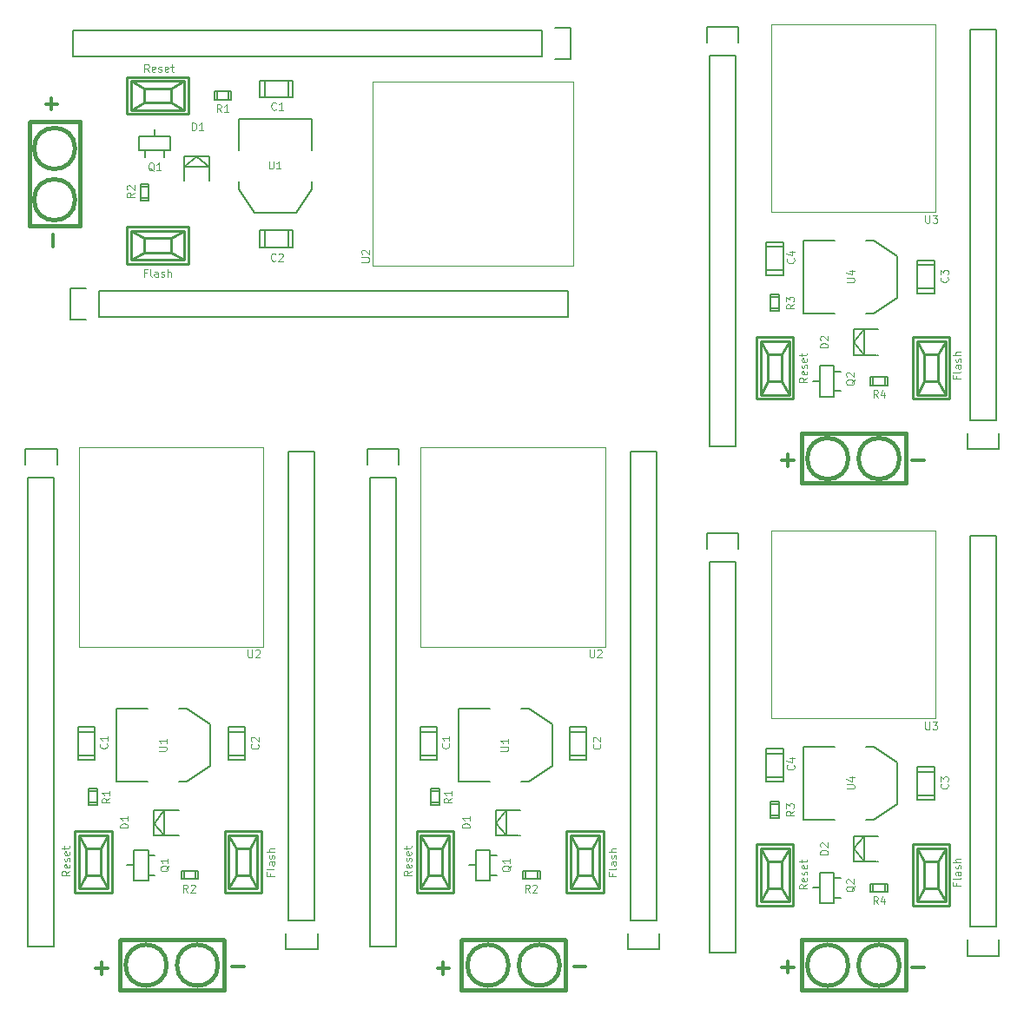
<source format=gto>
G04 #@! TF.FileFunction,Legend,Top*
%FSLAX46Y46*%
G04 Gerber Fmt 4.6, Leading zero omitted, Abs format (unit mm)*
G04 Created by KiCad (PCBNEW no-vcs-found-undefined) date Sun Nov  6 11:42:32 2016*
%MOMM*%
%LPD*%
G01*
G04 APERTURE LIST*
%ADD10C,0.100000*%
%ADD11C,0.300000*%
%ADD12C,0.127000*%
%ADD13C,0.150000*%
%ADD14C,0.254000*%
%ADD15C,0.050000*%
%ADD16C,0.381000*%
G04 APERTURE END LIST*
D10*
X79804028Y-175848828D02*
X79804028Y-176098828D01*
X80196885Y-176098828D02*
X79446885Y-176098828D01*
X79446885Y-175741685D01*
X80196885Y-175348828D02*
X80161171Y-175420257D01*
X80089742Y-175455971D01*
X79446885Y-175455971D01*
X80196885Y-174741685D02*
X79804028Y-174741685D01*
X79732600Y-174777400D01*
X79696885Y-174848828D01*
X79696885Y-174991685D01*
X79732600Y-175063114D01*
X80161171Y-174741685D02*
X80196885Y-174813114D01*
X80196885Y-174991685D01*
X80161171Y-175063114D01*
X80089742Y-175098828D01*
X80018314Y-175098828D01*
X79946885Y-175063114D01*
X79911171Y-174991685D01*
X79911171Y-174813114D01*
X79875457Y-174741685D01*
X80161171Y-174420257D02*
X80196885Y-174348828D01*
X80196885Y-174205971D01*
X80161171Y-174134542D01*
X80089742Y-174098828D01*
X80054028Y-174098828D01*
X79982600Y-174134542D01*
X79946885Y-174205971D01*
X79946885Y-174313114D01*
X79911171Y-174384542D01*
X79839742Y-174420257D01*
X79804028Y-174420257D01*
X79732600Y-174384542D01*
X79696885Y-174313114D01*
X79696885Y-174205971D01*
X79732600Y-174134542D01*
X80196885Y-173777400D02*
X79446885Y-173777400D01*
X80196885Y-173455971D02*
X79804028Y-173455971D01*
X79732600Y-173491685D01*
X79696885Y-173563114D01*
X79696885Y-173670257D01*
X79732600Y-173741685D01*
X79768314Y-173777400D01*
X60232485Y-175604371D02*
X59875342Y-175854371D01*
X60232485Y-176032942D02*
X59482485Y-176032942D01*
X59482485Y-175747228D01*
X59518200Y-175675800D01*
X59553914Y-175640085D01*
X59625342Y-175604371D01*
X59732485Y-175604371D01*
X59803914Y-175640085D01*
X59839628Y-175675800D01*
X59875342Y-175747228D01*
X59875342Y-176032942D01*
X60196771Y-174997228D02*
X60232485Y-175068657D01*
X60232485Y-175211514D01*
X60196771Y-175282942D01*
X60125342Y-175318657D01*
X59839628Y-175318657D01*
X59768200Y-175282942D01*
X59732485Y-175211514D01*
X59732485Y-175068657D01*
X59768200Y-174997228D01*
X59839628Y-174961514D01*
X59911057Y-174961514D01*
X59982485Y-175318657D01*
X60196771Y-174675800D02*
X60232485Y-174604371D01*
X60232485Y-174461514D01*
X60196771Y-174390085D01*
X60125342Y-174354371D01*
X60089628Y-174354371D01*
X60018200Y-174390085D01*
X59982485Y-174461514D01*
X59982485Y-174568657D01*
X59946771Y-174640085D01*
X59875342Y-174675800D01*
X59839628Y-174675800D01*
X59768200Y-174640085D01*
X59732485Y-174568657D01*
X59732485Y-174461514D01*
X59768200Y-174390085D01*
X60196771Y-173747228D02*
X60232485Y-173818657D01*
X60232485Y-173961514D01*
X60196771Y-174032942D01*
X60125342Y-174068657D01*
X59839628Y-174068657D01*
X59768200Y-174032942D01*
X59732485Y-173961514D01*
X59732485Y-173818657D01*
X59768200Y-173747228D01*
X59839628Y-173711514D01*
X59911057Y-173711514D01*
X59982485Y-174068657D01*
X59732485Y-173497228D02*
X59732485Y-173211514D01*
X59482485Y-173390085D02*
X60125342Y-173390085D01*
X60196771Y-173354371D01*
X60232485Y-173282942D01*
X60232485Y-173211514D01*
D11*
X76085771Y-184942942D02*
X77228628Y-184942942D01*
X62776171Y-185095342D02*
X63919028Y-185095342D01*
X63347600Y-185666771D02*
X63347600Y-184523914D01*
D10*
X113382828Y-127411028D02*
X113382828Y-127661028D01*
X113775685Y-127661028D02*
X113025685Y-127661028D01*
X113025685Y-127303885D01*
X113775685Y-126911028D02*
X113739971Y-126982457D01*
X113668542Y-127018171D01*
X113025685Y-127018171D01*
X113775685Y-126303885D02*
X113382828Y-126303885D01*
X113311400Y-126339600D01*
X113275685Y-126411028D01*
X113275685Y-126553885D01*
X113311400Y-126625314D01*
X113739971Y-126303885D02*
X113775685Y-126375314D01*
X113775685Y-126553885D01*
X113739971Y-126625314D01*
X113668542Y-126661028D01*
X113597114Y-126661028D01*
X113525685Y-126625314D01*
X113489971Y-126553885D01*
X113489971Y-126375314D01*
X113454257Y-126303885D01*
X113739971Y-125982457D02*
X113775685Y-125911028D01*
X113775685Y-125768171D01*
X113739971Y-125696742D01*
X113668542Y-125661028D01*
X113632828Y-125661028D01*
X113561400Y-125696742D01*
X113525685Y-125768171D01*
X113525685Y-125875314D01*
X113489971Y-125946742D01*
X113418542Y-125982457D01*
X113382828Y-125982457D01*
X113311400Y-125946742D01*
X113275685Y-125875314D01*
X113275685Y-125768171D01*
X113311400Y-125696742D01*
X113775685Y-125339600D02*
X113025685Y-125339600D01*
X113775685Y-125018171D02*
X113382828Y-125018171D01*
X113311400Y-125053885D01*
X113275685Y-125125314D01*
X113275685Y-125232457D01*
X113311400Y-125303885D01*
X113347114Y-125339600D01*
X98789685Y-127522171D02*
X98432542Y-127772171D01*
X98789685Y-127950742D02*
X98039685Y-127950742D01*
X98039685Y-127665028D01*
X98075400Y-127593600D01*
X98111114Y-127557885D01*
X98182542Y-127522171D01*
X98289685Y-127522171D01*
X98361114Y-127557885D01*
X98396828Y-127593600D01*
X98432542Y-127665028D01*
X98432542Y-127950742D01*
X98753971Y-126915028D02*
X98789685Y-126986457D01*
X98789685Y-127129314D01*
X98753971Y-127200742D01*
X98682542Y-127236457D01*
X98396828Y-127236457D01*
X98325400Y-127200742D01*
X98289685Y-127129314D01*
X98289685Y-126986457D01*
X98325400Y-126915028D01*
X98396828Y-126879314D01*
X98468257Y-126879314D01*
X98539685Y-127236457D01*
X98753971Y-126593600D02*
X98789685Y-126522171D01*
X98789685Y-126379314D01*
X98753971Y-126307885D01*
X98682542Y-126272171D01*
X98646828Y-126272171D01*
X98575400Y-126307885D01*
X98539685Y-126379314D01*
X98539685Y-126486457D01*
X98503971Y-126557885D01*
X98432542Y-126593600D01*
X98396828Y-126593600D01*
X98325400Y-126557885D01*
X98289685Y-126486457D01*
X98289685Y-126379314D01*
X98325400Y-126307885D01*
X98753971Y-125665028D02*
X98789685Y-125736457D01*
X98789685Y-125879314D01*
X98753971Y-125950742D01*
X98682542Y-125986457D01*
X98396828Y-125986457D01*
X98325400Y-125950742D01*
X98289685Y-125879314D01*
X98289685Y-125736457D01*
X98325400Y-125665028D01*
X98396828Y-125629314D01*
X98468257Y-125629314D01*
X98539685Y-125986457D01*
X98289685Y-125415028D02*
X98289685Y-125129314D01*
X98039685Y-125307885D02*
X98682542Y-125307885D01*
X98753971Y-125272171D01*
X98789685Y-125200742D01*
X98789685Y-125129314D01*
D11*
X96354971Y-135590742D02*
X97497828Y-135590742D01*
X96926400Y-136162171D02*
X96926400Y-135019314D01*
X109054971Y-135590742D02*
X110197828Y-135590742D01*
X109054971Y-184993742D02*
X110197828Y-184993742D01*
X96354971Y-184993742D02*
X97497828Y-184993742D01*
X96926400Y-185565171D02*
X96926400Y-184422314D01*
D10*
X98789685Y-176925171D02*
X98432542Y-177175171D01*
X98789685Y-177353742D02*
X98039685Y-177353742D01*
X98039685Y-177068028D01*
X98075400Y-176996600D01*
X98111114Y-176960885D01*
X98182542Y-176925171D01*
X98289685Y-176925171D01*
X98361114Y-176960885D01*
X98396828Y-176996600D01*
X98432542Y-177068028D01*
X98432542Y-177353742D01*
X98753971Y-176318028D02*
X98789685Y-176389457D01*
X98789685Y-176532314D01*
X98753971Y-176603742D01*
X98682542Y-176639457D01*
X98396828Y-176639457D01*
X98325400Y-176603742D01*
X98289685Y-176532314D01*
X98289685Y-176389457D01*
X98325400Y-176318028D01*
X98396828Y-176282314D01*
X98468257Y-176282314D01*
X98539685Y-176639457D01*
X98753971Y-175996600D02*
X98789685Y-175925171D01*
X98789685Y-175782314D01*
X98753971Y-175710885D01*
X98682542Y-175675171D01*
X98646828Y-175675171D01*
X98575400Y-175710885D01*
X98539685Y-175782314D01*
X98539685Y-175889457D01*
X98503971Y-175960885D01*
X98432542Y-175996600D01*
X98396828Y-175996600D01*
X98325400Y-175960885D01*
X98289685Y-175889457D01*
X98289685Y-175782314D01*
X98325400Y-175710885D01*
X98753971Y-175068028D02*
X98789685Y-175139457D01*
X98789685Y-175282314D01*
X98753971Y-175353742D01*
X98682542Y-175389457D01*
X98396828Y-175389457D01*
X98325400Y-175353742D01*
X98289685Y-175282314D01*
X98289685Y-175139457D01*
X98325400Y-175068028D01*
X98396828Y-175032314D01*
X98468257Y-175032314D01*
X98539685Y-175389457D01*
X98289685Y-174818028D02*
X98289685Y-174532314D01*
X98039685Y-174710885D02*
X98682542Y-174710885D01*
X98753971Y-174675171D01*
X98789685Y-174603742D01*
X98789685Y-174532314D01*
X113382828Y-176814028D02*
X113382828Y-177064028D01*
X113775685Y-177064028D02*
X113025685Y-177064028D01*
X113025685Y-176706885D01*
X113775685Y-176314028D02*
X113739971Y-176385457D01*
X113668542Y-176421171D01*
X113025685Y-176421171D01*
X113775685Y-175706885D02*
X113382828Y-175706885D01*
X113311400Y-175742600D01*
X113275685Y-175814028D01*
X113275685Y-175956885D01*
X113311400Y-176028314D01*
X113739971Y-175706885D02*
X113775685Y-175778314D01*
X113775685Y-175956885D01*
X113739971Y-176028314D01*
X113668542Y-176064028D01*
X113597114Y-176064028D01*
X113525685Y-176028314D01*
X113489971Y-175956885D01*
X113489971Y-175778314D01*
X113454257Y-175706885D01*
X113739971Y-175385457D02*
X113775685Y-175314028D01*
X113775685Y-175171171D01*
X113739971Y-175099742D01*
X113668542Y-175064028D01*
X113632828Y-175064028D01*
X113561400Y-175099742D01*
X113525685Y-175171171D01*
X113525685Y-175278314D01*
X113489971Y-175349742D01*
X113418542Y-175385457D01*
X113382828Y-175385457D01*
X113311400Y-175349742D01*
X113275685Y-175278314D01*
X113275685Y-175171171D01*
X113311400Y-175099742D01*
X113775685Y-174742600D02*
X113025685Y-174742600D01*
X113775685Y-174421171D02*
X113382828Y-174421171D01*
X113311400Y-174456885D01*
X113275685Y-174528314D01*
X113275685Y-174635457D01*
X113311400Y-174706885D01*
X113347114Y-174742600D01*
X34405171Y-117292228D02*
X34155171Y-117292228D01*
X34155171Y-117685085D02*
X34155171Y-116935085D01*
X34512314Y-116935085D01*
X34905171Y-117685085D02*
X34833742Y-117649371D01*
X34798028Y-117577942D01*
X34798028Y-116935085D01*
X35512314Y-117685085D02*
X35512314Y-117292228D01*
X35476600Y-117220800D01*
X35405171Y-117185085D01*
X35262314Y-117185085D01*
X35190885Y-117220800D01*
X35512314Y-117649371D02*
X35440885Y-117685085D01*
X35262314Y-117685085D01*
X35190885Y-117649371D01*
X35155171Y-117577942D01*
X35155171Y-117506514D01*
X35190885Y-117435085D01*
X35262314Y-117399371D01*
X35440885Y-117399371D01*
X35512314Y-117363657D01*
X35833742Y-117649371D02*
X35905171Y-117685085D01*
X36048028Y-117685085D01*
X36119457Y-117649371D01*
X36155171Y-117577942D01*
X36155171Y-117542228D01*
X36119457Y-117470800D01*
X36048028Y-117435085D01*
X35940885Y-117435085D01*
X35869457Y-117399371D01*
X35833742Y-117327942D01*
X35833742Y-117292228D01*
X35869457Y-117220800D01*
X35940885Y-117185085D01*
X36048028Y-117185085D01*
X36119457Y-117220800D01*
X36476600Y-117685085D02*
X36476600Y-116935085D01*
X36798028Y-117685085D02*
X36798028Y-117292228D01*
X36762314Y-117220800D01*
X36690885Y-117185085D01*
X36583742Y-117185085D01*
X36512314Y-117220800D01*
X36476600Y-117256514D01*
X34649628Y-97720685D02*
X34399628Y-97363542D01*
X34221057Y-97720685D02*
X34221057Y-96970685D01*
X34506771Y-96970685D01*
X34578200Y-97006400D01*
X34613914Y-97042114D01*
X34649628Y-97113542D01*
X34649628Y-97220685D01*
X34613914Y-97292114D01*
X34578200Y-97327828D01*
X34506771Y-97363542D01*
X34221057Y-97363542D01*
X35256771Y-97684971D02*
X35185342Y-97720685D01*
X35042485Y-97720685D01*
X34971057Y-97684971D01*
X34935342Y-97613542D01*
X34935342Y-97327828D01*
X34971057Y-97256400D01*
X35042485Y-97220685D01*
X35185342Y-97220685D01*
X35256771Y-97256400D01*
X35292485Y-97327828D01*
X35292485Y-97399257D01*
X34935342Y-97470685D01*
X35578200Y-97684971D02*
X35649628Y-97720685D01*
X35792485Y-97720685D01*
X35863914Y-97684971D01*
X35899628Y-97613542D01*
X35899628Y-97577828D01*
X35863914Y-97506400D01*
X35792485Y-97470685D01*
X35685342Y-97470685D01*
X35613914Y-97434971D01*
X35578200Y-97363542D01*
X35578200Y-97327828D01*
X35613914Y-97256400D01*
X35685342Y-97220685D01*
X35792485Y-97220685D01*
X35863914Y-97256400D01*
X36506771Y-97684971D02*
X36435342Y-97720685D01*
X36292485Y-97720685D01*
X36221057Y-97684971D01*
X36185342Y-97613542D01*
X36185342Y-97327828D01*
X36221057Y-97256400D01*
X36292485Y-97220685D01*
X36435342Y-97220685D01*
X36506771Y-97256400D01*
X36542485Y-97327828D01*
X36542485Y-97399257D01*
X36185342Y-97470685D01*
X36756771Y-97220685D02*
X37042485Y-97220685D01*
X36863914Y-96970685D02*
X36863914Y-97613542D01*
X36899628Y-97684971D01*
X36971057Y-97720685D01*
X37042485Y-97720685D01*
D11*
X25311057Y-113573971D02*
X25311057Y-114716828D01*
X25158657Y-100264371D02*
X25158657Y-101407228D01*
X24587228Y-100835800D02*
X25730085Y-100835800D01*
X29451371Y-185095342D02*
X30594228Y-185095342D01*
X30022800Y-185666771D02*
X30022800Y-184523914D01*
X42760971Y-184942942D02*
X43903828Y-184942942D01*
D10*
X26907685Y-175604371D02*
X26550542Y-175854371D01*
X26907685Y-176032942D02*
X26157685Y-176032942D01*
X26157685Y-175747228D01*
X26193400Y-175675800D01*
X26229114Y-175640085D01*
X26300542Y-175604371D01*
X26407685Y-175604371D01*
X26479114Y-175640085D01*
X26514828Y-175675800D01*
X26550542Y-175747228D01*
X26550542Y-176032942D01*
X26871971Y-174997228D02*
X26907685Y-175068657D01*
X26907685Y-175211514D01*
X26871971Y-175282942D01*
X26800542Y-175318657D01*
X26514828Y-175318657D01*
X26443400Y-175282942D01*
X26407685Y-175211514D01*
X26407685Y-175068657D01*
X26443400Y-174997228D01*
X26514828Y-174961514D01*
X26586257Y-174961514D01*
X26657685Y-175318657D01*
X26871971Y-174675800D02*
X26907685Y-174604371D01*
X26907685Y-174461514D01*
X26871971Y-174390085D01*
X26800542Y-174354371D01*
X26764828Y-174354371D01*
X26693400Y-174390085D01*
X26657685Y-174461514D01*
X26657685Y-174568657D01*
X26621971Y-174640085D01*
X26550542Y-174675800D01*
X26514828Y-174675800D01*
X26443400Y-174640085D01*
X26407685Y-174568657D01*
X26407685Y-174461514D01*
X26443400Y-174390085D01*
X26871971Y-173747228D02*
X26907685Y-173818657D01*
X26907685Y-173961514D01*
X26871971Y-174032942D01*
X26800542Y-174068657D01*
X26514828Y-174068657D01*
X26443400Y-174032942D01*
X26407685Y-173961514D01*
X26407685Y-173818657D01*
X26443400Y-173747228D01*
X26514828Y-173711514D01*
X26586257Y-173711514D01*
X26657685Y-174068657D01*
X26407685Y-173497228D02*
X26407685Y-173211514D01*
X26157685Y-173390085D02*
X26800542Y-173390085D01*
X26871971Y-173354371D01*
X26907685Y-173282942D01*
X26907685Y-173211514D01*
X46479228Y-175848828D02*
X46479228Y-176098828D01*
X46872085Y-176098828D02*
X46122085Y-176098828D01*
X46122085Y-175741685D01*
X46872085Y-175348828D02*
X46836371Y-175420257D01*
X46764942Y-175455971D01*
X46122085Y-175455971D01*
X46872085Y-174741685D02*
X46479228Y-174741685D01*
X46407800Y-174777400D01*
X46372085Y-174848828D01*
X46372085Y-174991685D01*
X46407800Y-175063114D01*
X46836371Y-174741685D02*
X46872085Y-174813114D01*
X46872085Y-174991685D01*
X46836371Y-175063114D01*
X46764942Y-175098828D01*
X46693514Y-175098828D01*
X46622085Y-175063114D01*
X46586371Y-174991685D01*
X46586371Y-174813114D01*
X46550657Y-174741685D01*
X46836371Y-174420257D02*
X46872085Y-174348828D01*
X46872085Y-174205971D01*
X46836371Y-174134542D01*
X46764942Y-174098828D01*
X46729228Y-174098828D01*
X46657800Y-174134542D01*
X46622085Y-174205971D01*
X46622085Y-174313114D01*
X46586371Y-174384542D01*
X46514942Y-174420257D01*
X46479228Y-174420257D01*
X46407800Y-174384542D01*
X46372085Y-174313114D01*
X46372085Y-174205971D01*
X46407800Y-174134542D01*
X46872085Y-173777400D02*
X46122085Y-173777400D01*
X46872085Y-173455971D02*
X46479228Y-173455971D01*
X46407800Y-173491685D01*
X46372085Y-173563114D01*
X46372085Y-173670257D01*
X46407800Y-173741685D01*
X46443514Y-173777400D01*
D12*
X77317600Y-162052000D02*
X75692000Y-162052000D01*
X75692000Y-164338000D02*
X77317600Y-164338000D01*
X75692000Y-164795200D02*
X77317600Y-164795200D01*
X77317600Y-164795200D02*
X77317600Y-161594800D01*
X77317600Y-161594800D02*
X75692000Y-161594800D01*
X75692000Y-161594800D02*
X75692000Y-164795200D01*
X62712600Y-164795200D02*
X62712600Y-161594800D01*
X61087000Y-164795200D02*
X62712600Y-164795200D01*
X61087000Y-161594800D02*
X61087000Y-164795200D01*
X62712600Y-161594800D02*
X61087000Y-161594800D01*
X62712600Y-162052000D02*
X61087000Y-162052000D01*
X61087000Y-164338000D02*
X62712600Y-164338000D01*
D13*
X68508880Y-170942000D02*
X69458840Y-169692320D01*
X69458840Y-169692320D02*
X69458840Y-172191680D01*
X69458840Y-172191680D02*
X68460620Y-170942000D01*
X68460620Y-169692320D02*
X68460620Y-172191680D01*
X70759320Y-169692320D02*
X70858380Y-169692320D01*
X70759320Y-172191680D02*
X70858380Y-172191680D01*
X68460620Y-169692320D02*
X70810120Y-169692320D01*
X68460620Y-172191680D02*
X70708520Y-172191680D01*
X71678800Y-166878000D02*
X70916800Y-166878000D01*
X73964800Y-165354000D02*
X71678800Y-166878000D01*
X73964800Y-161290000D02*
X73964800Y-165354000D01*
X71678800Y-159766000D02*
X73964800Y-161290000D01*
X70916800Y-159766000D02*
X71678800Y-159766000D01*
X64820800Y-166878000D02*
X67868800Y-166878000D01*
X64820800Y-159766000D02*
X64820800Y-166878000D01*
X67868800Y-159766000D02*
X64820800Y-159766000D01*
D14*
X78940660Y-177751740D02*
X75338940Y-177751740D01*
X78940660Y-171752260D02*
X78940660Y-177751740D01*
X75338940Y-171752260D02*
X78940660Y-171752260D01*
X75338940Y-177751740D02*
X75338940Y-171752260D01*
X77840840Y-176052480D02*
X76438760Y-176052480D01*
X77840840Y-173451520D02*
X77840840Y-176052480D01*
X76438760Y-173451520D02*
X77840840Y-173451520D01*
X76438760Y-176052480D02*
X76438760Y-173451520D01*
X78539340Y-177352960D02*
X75740260Y-177352960D01*
X78539340Y-172151040D02*
X78539340Y-177352960D01*
X75740260Y-172151040D02*
X78539340Y-172151040D01*
X75740260Y-177352960D02*
X75740260Y-172151040D01*
X75740260Y-177352960D02*
X76438760Y-176052480D01*
X77840840Y-176052480D02*
X78539340Y-177352960D01*
X77840840Y-173451520D02*
X78539340Y-172151040D01*
X76438760Y-173451520D02*
X75740260Y-172151040D01*
X61833760Y-173451520D02*
X61135260Y-172151040D01*
X63235840Y-173451520D02*
X63934340Y-172151040D01*
X63235840Y-176052480D02*
X63934340Y-177352960D01*
X61135260Y-177352960D02*
X61833760Y-176052480D01*
X61135260Y-177352960D02*
X61135260Y-172151040D01*
X61135260Y-172151040D02*
X63934340Y-172151040D01*
X63934340Y-172151040D02*
X63934340Y-177352960D01*
X63934340Y-177352960D02*
X61135260Y-177352960D01*
X61833760Y-176052480D02*
X61833760Y-173451520D01*
X61833760Y-173451520D02*
X63235840Y-173451520D01*
X63235840Y-173451520D02*
X63235840Y-176052480D01*
X63235840Y-176052480D02*
X61833760Y-176052480D01*
X60733940Y-177751740D02*
X60733940Y-171752260D01*
X60733940Y-171752260D02*
X64335660Y-171752260D01*
X64335660Y-171752260D02*
X64335660Y-177751740D01*
X64335660Y-177751740D02*
X60733940Y-177751740D01*
D12*
X71130160Y-176428400D02*
X71130160Y-175615600D01*
X72755760Y-176428400D02*
X71130160Y-176428400D01*
X72755760Y-175615600D02*
X72755760Y-176428400D01*
X71130160Y-175615600D02*
X72755760Y-175615600D01*
X71384160Y-175641000D02*
X71384160Y-176428400D01*
X72501760Y-176428400D02*
X72501760Y-175615600D01*
X62941200Y-167853360D02*
X62128400Y-167853360D01*
X62153800Y-168970960D02*
X62941200Y-168970960D01*
X62128400Y-169224960D02*
X62128400Y-167599360D01*
X62128400Y-167599360D02*
X62941200Y-167599360D01*
X62941200Y-167599360D02*
X62941200Y-169224960D01*
X62941200Y-169224960D02*
X62128400Y-169224960D01*
X67891660Y-174117000D02*
X68552060Y-174117000D01*
X67891660Y-176022000D02*
X68552060Y-176022000D01*
X66494660Y-175069500D02*
X65834260Y-175069500D01*
X66494660Y-176568100D02*
X66494660Y-173570900D01*
X66494660Y-173570900D02*
X67891660Y-173570900D01*
X67891660Y-173570900D02*
X67891660Y-176568100D01*
X67891660Y-176568100D02*
X66494660Y-176568100D01*
D13*
X81584800Y-180467000D02*
X81584800Y-134747000D01*
X81584800Y-134747000D02*
X84124800Y-134747000D01*
X84124800Y-134747000D02*
X84124800Y-180467000D01*
X81304800Y-183287000D02*
X81304800Y-181737000D01*
X81584800Y-180467000D02*
X84124800Y-180467000D01*
X84404800Y-181737000D02*
X84404800Y-183287000D01*
X84404800Y-183287000D02*
X81304800Y-183287000D01*
X55904800Y-134467000D02*
X59004800Y-134467000D01*
X55904800Y-136017000D02*
X55904800Y-134467000D01*
X58724800Y-137287000D02*
X56184800Y-137287000D01*
X59004800Y-134467000D02*
X59004800Y-136017000D01*
X56184800Y-183007000D02*
X56184800Y-137287000D01*
X58724800Y-183007000D02*
X56184800Y-183007000D01*
X58724800Y-137287000D02*
X58724800Y-183007000D01*
D15*
X79141800Y-153773000D02*
X61141800Y-153773000D01*
X79141800Y-134273000D02*
X79141800Y-153773000D01*
X61141800Y-134273000D02*
X79141800Y-134273000D01*
X61141800Y-153773000D02*
X61141800Y-134273000D01*
D16*
X75194800Y-187212000D02*
X65194800Y-187212000D01*
X75194800Y-182312000D02*
X65194800Y-182312000D01*
X74694800Y-184812000D02*
G75*
G03X74694800Y-184812000I-2000000J0D01*
G01*
X69694800Y-184812000D02*
G75*
G03X69694800Y-184812000I-2000000J0D01*
G01*
X65114800Y-187198000D02*
X65114800Y-182372000D01*
X75274800Y-187198000D02*
X75274800Y-182372000D01*
X108392000Y-137803000D02*
X108392000Y-132977000D01*
X98232000Y-137803000D02*
X98232000Y-132977000D01*
X102812000Y-135417000D02*
G75*
G03X102812000Y-135417000I-2000000J0D01*
G01*
X107812000Y-135417000D02*
G75*
G03X107812000Y-135417000I-2000000J0D01*
G01*
X108312000Y-132917000D02*
X98312000Y-132917000D01*
X108312000Y-137817000D02*
X98312000Y-137817000D01*
X108392000Y-187206000D02*
X108392000Y-182380000D01*
X98232000Y-187206000D02*
X98232000Y-182380000D01*
X102812000Y-184820000D02*
G75*
G03X102812000Y-184820000I-2000000J0D01*
G01*
X107812000Y-184820000D02*
G75*
G03X107812000Y-184820000I-2000000J0D01*
G01*
X108312000Y-182320000D02*
X98312000Y-182320000D01*
X108312000Y-187220000D02*
X98312000Y-187220000D01*
X23056000Y-112763000D02*
X27882000Y-112763000D01*
X23056000Y-102603000D02*
X27882000Y-102603000D01*
X27442000Y-105183000D02*
G75*
G03X27442000Y-105183000I-2000000J0D01*
G01*
X27442000Y-110183000D02*
G75*
G03X27442000Y-110183000I-2000000J0D01*
G01*
X27942000Y-112683000D02*
X27942000Y-102683000D01*
X23042000Y-112683000D02*
X23042000Y-102683000D01*
X41950000Y-187198000D02*
X41950000Y-182372000D01*
X31790000Y-187198000D02*
X31790000Y-182372000D01*
X36370000Y-184812000D02*
G75*
G03X36370000Y-184812000I-2000000J0D01*
G01*
X41370000Y-184812000D02*
G75*
G03X41370000Y-184812000I-2000000J0D01*
G01*
X41870000Y-182312000D02*
X31870000Y-182312000D01*
X41870000Y-187212000D02*
X31870000Y-187212000D01*
D15*
X27817000Y-153773000D02*
X27817000Y-134273000D01*
X27817000Y-134273000D02*
X45817000Y-134273000D01*
X45817000Y-134273000D02*
X45817000Y-153773000D01*
X45817000Y-153773000D02*
X27817000Y-153773000D01*
X56481000Y-98630000D02*
X75981000Y-98630000D01*
X75981000Y-98630000D02*
X75981000Y-116630000D01*
X75981000Y-116630000D02*
X56481000Y-116630000D01*
X56481000Y-116630000D02*
X56481000Y-98630000D01*
X95275400Y-142468600D02*
X95275400Y-160756600D01*
X95275400Y-142468600D02*
X111277400Y-142468600D01*
X111277400Y-142468600D02*
X111277400Y-160756600D01*
X111275400Y-160756600D02*
X95275400Y-160756600D01*
X95275400Y-93065600D02*
X95275400Y-111353600D01*
X95275400Y-93065600D02*
X111277400Y-93065600D01*
X111277400Y-93065600D02*
X111277400Y-111353600D01*
X111275400Y-111353600D02*
X95275400Y-111353600D01*
D13*
X89306400Y-96113600D02*
X89306400Y-134213600D01*
X89306400Y-134213600D02*
X91846400Y-134213600D01*
X91846400Y-134213600D02*
X91846400Y-96113600D01*
X92126400Y-93293600D02*
X92126400Y-94843600D01*
X91846400Y-96113600D02*
X89306400Y-96113600D01*
X89026400Y-94843600D02*
X89026400Y-93293600D01*
X89026400Y-93293600D02*
X92126400Y-93293600D01*
X117526400Y-134493600D02*
X114426400Y-134493600D01*
X117526400Y-132943600D02*
X117526400Y-134493600D01*
X114706400Y-131673600D02*
X117246400Y-131673600D01*
X114426400Y-134493600D02*
X114426400Y-132943600D01*
X114706400Y-93573600D02*
X114706400Y-131673600D01*
X117246400Y-93573600D02*
X114706400Y-93573600D01*
X117246400Y-131673600D02*
X117246400Y-93573600D01*
D12*
X101434900Y-126911100D02*
X102095300Y-126911100D01*
X101434900Y-128816100D02*
X102095300Y-128816100D01*
X100037900Y-127863600D02*
X99377500Y-127863600D01*
X100037900Y-129362200D02*
X100037900Y-126365000D01*
X100037900Y-126365000D02*
X101434900Y-126365000D01*
X101434900Y-126365000D02*
X101434900Y-129362200D01*
X101434900Y-129362200D02*
X100037900Y-129362200D01*
X96062800Y-121056400D02*
X95250000Y-121056400D01*
X96062800Y-119430800D02*
X96062800Y-121056400D01*
X95250000Y-119430800D02*
X96062800Y-119430800D01*
X95250000Y-121056400D02*
X95250000Y-119430800D01*
X95275400Y-120802400D02*
X96062800Y-120802400D01*
X96062800Y-119684800D02*
X95250000Y-119684800D01*
X106375200Y-128270000D02*
X106375200Y-127457200D01*
X105257600Y-127482600D02*
X105257600Y-128270000D01*
X105003600Y-127457200D02*
X106629200Y-127457200D01*
X106629200Y-127457200D02*
X106629200Y-128270000D01*
X106629200Y-128270000D02*
X105003600Y-128270000D01*
X105003600Y-128270000D02*
X105003600Y-127457200D01*
D14*
X94955360Y-125293120D02*
X94256860Y-123992640D01*
X96357440Y-125293120D02*
X97055940Y-123992640D01*
X96357440Y-127894080D02*
X97055940Y-129194560D01*
X94256860Y-129194560D02*
X94955360Y-127894080D01*
X94256860Y-129194560D02*
X94256860Y-123992640D01*
X94256860Y-123992640D02*
X97055940Y-123992640D01*
X97055940Y-123992640D02*
X97055940Y-129194560D01*
X97055940Y-129194560D02*
X94256860Y-129194560D01*
X94955360Y-127894080D02*
X94955360Y-125293120D01*
X94955360Y-125293120D02*
X96357440Y-125293120D01*
X96357440Y-125293120D02*
X96357440Y-127894080D01*
X96357440Y-127894080D02*
X94955360Y-127894080D01*
X93855540Y-129593340D02*
X93855540Y-123593860D01*
X93855540Y-123593860D02*
X97457260Y-123593860D01*
X97457260Y-123593860D02*
X97457260Y-129593340D01*
X97457260Y-129593340D02*
X93855540Y-129593340D01*
X109095540Y-123593860D02*
X112697260Y-123593860D01*
X109095540Y-129593340D02*
X109095540Y-123593860D01*
X112697260Y-129593340D02*
X109095540Y-129593340D01*
X112697260Y-123593860D02*
X112697260Y-129593340D01*
X110195360Y-125293120D02*
X111597440Y-125293120D01*
X110195360Y-127894080D02*
X110195360Y-125293120D01*
X111597440Y-127894080D02*
X110195360Y-127894080D01*
X111597440Y-125293120D02*
X111597440Y-127894080D01*
X109496860Y-123992640D02*
X112295940Y-123992640D01*
X109496860Y-129194560D02*
X109496860Y-123992640D01*
X112295940Y-129194560D02*
X109496860Y-129194560D01*
X112295940Y-123992640D02*
X112295940Y-129194560D01*
X112295940Y-123992640D02*
X111597440Y-125293120D01*
X110195360Y-125293120D02*
X109496860Y-123992640D01*
X110195360Y-127894080D02*
X109496860Y-129194560D01*
X111597440Y-127894080D02*
X112295940Y-129194560D01*
D13*
X105308400Y-121259600D02*
X104546400Y-121259600D01*
X107594400Y-119735600D02*
X105308400Y-121259600D01*
X107594400Y-115671600D02*
X107594400Y-119735600D01*
X105308400Y-114147600D02*
X107594400Y-115671600D01*
X104546400Y-114147600D02*
X105308400Y-114147600D01*
X98450400Y-121259600D02*
X101498400Y-121259600D01*
X98450400Y-114147600D02*
X98450400Y-121259600D01*
X101498400Y-114147600D02*
X98450400Y-114147600D01*
X103395780Y-124053600D02*
X104345740Y-122803920D01*
X104345740Y-122803920D02*
X104345740Y-125303280D01*
X104345740Y-125303280D02*
X103347520Y-124053600D01*
X103347520Y-122803920D02*
X103347520Y-125303280D01*
X105646220Y-122803920D02*
X105745280Y-122803920D01*
X105646220Y-125303280D02*
X105745280Y-125303280D01*
X103347520Y-122803920D02*
X105697020Y-122803920D01*
X103347520Y-125303280D02*
X105595420Y-125303280D01*
D12*
X111201200Y-119303800D02*
X111201200Y-116103400D01*
X109575600Y-119303800D02*
X111201200Y-119303800D01*
X109575600Y-116103400D02*
X109575600Y-119303800D01*
X111201200Y-116103400D02*
X109575600Y-116103400D01*
X111201200Y-116560600D02*
X109575600Y-116560600D01*
X109575600Y-118846600D02*
X111201200Y-118846600D01*
X94843600Y-117068600D02*
X96469200Y-117068600D01*
X96469200Y-114782600D02*
X94843600Y-114782600D01*
X96469200Y-114325400D02*
X94843600Y-114325400D01*
X94843600Y-114325400D02*
X94843600Y-117525800D01*
X94843600Y-117525800D02*
X96469200Y-117525800D01*
X96469200Y-117525800D02*
X96469200Y-114325400D01*
X96469200Y-166928800D02*
X96469200Y-163728400D01*
X94843600Y-166928800D02*
X96469200Y-166928800D01*
X94843600Y-163728400D02*
X94843600Y-166928800D01*
X96469200Y-163728400D02*
X94843600Y-163728400D01*
X96469200Y-164185600D02*
X94843600Y-164185600D01*
X94843600Y-166471600D02*
X96469200Y-166471600D01*
X109575600Y-168249600D02*
X111201200Y-168249600D01*
X111201200Y-165963600D02*
X109575600Y-165963600D01*
X111201200Y-165506400D02*
X109575600Y-165506400D01*
X109575600Y-165506400D02*
X109575600Y-168706800D01*
X109575600Y-168706800D02*
X111201200Y-168706800D01*
X111201200Y-168706800D02*
X111201200Y-165506400D01*
D13*
X103347520Y-174706280D02*
X105595420Y-174706280D01*
X103347520Y-172206920D02*
X105697020Y-172206920D01*
X105646220Y-174706280D02*
X105745280Y-174706280D01*
X105646220Y-172206920D02*
X105745280Y-172206920D01*
X103347520Y-172206920D02*
X103347520Y-174706280D01*
X104345740Y-174706280D02*
X103347520Y-173456600D01*
X104345740Y-172206920D02*
X104345740Y-174706280D01*
X103395780Y-173456600D02*
X104345740Y-172206920D01*
X101498400Y-163550600D02*
X98450400Y-163550600D01*
X98450400Y-163550600D02*
X98450400Y-170662600D01*
X98450400Y-170662600D02*
X101498400Y-170662600D01*
X104546400Y-163550600D02*
X105308400Y-163550600D01*
X105308400Y-163550600D02*
X107594400Y-165074600D01*
X107594400Y-165074600D02*
X107594400Y-169138600D01*
X107594400Y-169138600D02*
X105308400Y-170662600D01*
X105308400Y-170662600D02*
X104546400Y-170662600D01*
D14*
X111597440Y-177297080D02*
X112295940Y-178597560D01*
X110195360Y-177297080D02*
X109496860Y-178597560D01*
X110195360Y-174696120D02*
X109496860Y-173395640D01*
X112295940Y-173395640D02*
X111597440Y-174696120D01*
X112295940Y-173395640D02*
X112295940Y-178597560D01*
X112295940Y-178597560D02*
X109496860Y-178597560D01*
X109496860Y-178597560D02*
X109496860Y-173395640D01*
X109496860Y-173395640D02*
X112295940Y-173395640D01*
X111597440Y-174696120D02*
X111597440Y-177297080D01*
X111597440Y-177297080D02*
X110195360Y-177297080D01*
X110195360Y-177297080D02*
X110195360Y-174696120D01*
X110195360Y-174696120D02*
X111597440Y-174696120D01*
X112697260Y-172996860D02*
X112697260Y-178996340D01*
X112697260Y-178996340D02*
X109095540Y-178996340D01*
X109095540Y-178996340D02*
X109095540Y-172996860D01*
X109095540Y-172996860D02*
X112697260Y-172996860D01*
X97457260Y-178996340D02*
X93855540Y-178996340D01*
X97457260Y-172996860D02*
X97457260Y-178996340D01*
X93855540Y-172996860D02*
X97457260Y-172996860D01*
X93855540Y-178996340D02*
X93855540Y-172996860D01*
X96357440Y-177297080D02*
X94955360Y-177297080D01*
X96357440Y-174696120D02*
X96357440Y-177297080D01*
X94955360Y-174696120D02*
X96357440Y-174696120D01*
X94955360Y-177297080D02*
X94955360Y-174696120D01*
X97055940Y-178597560D02*
X94256860Y-178597560D01*
X97055940Y-173395640D02*
X97055940Y-178597560D01*
X94256860Y-173395640D02*
X97055940Y-173395640D01*
X94256860Y-178597560D02*
X94256860Y-173395640D01*
X94256860Y-178597560D02*
X94955360Y-177297080D01*
X96357440Y-177297080D02*
X97055940Y-178597560D01*
X96357440Y-174696120D02*
X97055940Y-173395640D01*
X94955360Y-174696120D02*
X94256860Y-173395640D01*
D12*
X105003600Y-177673000D02*
X105003600Y-176860200D01*
X106629200Y-177673000D02*
X105003600Y-177673000D01*
X106629200Y-176860200D02*
X106629200Y-177673000D01*
X105003600Y-176860200D02*
X106629200Y-176860200D01*
X105257600Y-176885600D02*
X105257600Y-177673000D01*
X106375200Y-177673000D02*
X106375200Y-176860200D01*
X96062800Y-169087800D02*
X95250000Y-169087800D01*
X95275400Y-170205400D02*
X96062800Y-170205400D01*
X95250000Y-170459400D02*
X95250000Y-168833800D01*
X95250000Y-168833800D02*
X96062800Y-168833800D01*
X96062800Y-168833800D02*
X96062800Y-170459400D01*
X96062800Y-170459400D02*
X95250000Y-170459400D01*
X101434900Y-178765200D02*
X100037900Y-178765200D01*
X101434900Y-175768000D02*
X101434900Y-178765200D01*
X100037900Y-175768000D02*
X101434900Y-175768000D01*
X100037900Y-178765200D02*
X100037900Y-175768000D01*
X100037900Y-177266600D02*
X99377500Y-177266600D01*
X101434900Y-178219100D02*
X102095300Y-178219100D01*
X101434900Y-176314100D02*
X102095300Y-176314100D01*
D13*
X117246400Y-181076600D02*
X117246400Y-142976600D01*
X117246400Y-142976600D02*
X114706400Y-142976600D01*
X114706400Y-142976600D02*
X114706400Y-181076600D01*
X114426400Y-183896600D02*
X114426400Y-182346600D01*
X114706400Y-181076600D02*
X117246400Y-181076600D01*
X117526400Y-182346600D02*
X117526400Y-183896600D01*
X117526400Y-183896600D02*
X114426400Y-183896600D01*
X89026400Y-142696600D02*
X92126400Y-142696600D01*
X89026400Y-144246600D02*
X89026400Y-142696600D01*
X91846400Y-145516600D02*
X89306400Y-145516600D01*
X92126400Y-142696600D02*
X92126400Y-144246600D01*
X91846400Y-183616600D02*
X91846400Y-145516600D01*
X89306400Y-183616600D02*
X91846400Y-183616600D01*
X89306400Y-145516600D02*
X89306400Y-183616600D01*
D12*
X48202000Y-114805800D02*
X48202000Y-113180200D01*
X45916000Y-113180200D02*
X45916000Y-114805800D01*
X45458800Y-113180200D02*
X45458800Y-114805800D01*
X45458800Y-114805800D02*
X48659200Y-114805800D01*
X48659200Y-114805800D02*
X48659200Y-113180200D01*
X48659200Y-113180200D02*
X45458800Y-113180200D01*
X45458800Y-100200800D02*
X48659200Y-100200800D01*
X45458800Y-98575200D02*
X45458800Y-100200800D01*
X48659200Y-98575200D02*
X45458800Y-98575200D01*
X48659200Y-100200800D02*
X48659200Y-98575200D01*
X48202000Y-100200800D02*
X48202000Y-98575200D01*
X45916000Y-98575200D02*
X45916000Y-100200800D01*
D13*
X39312000Y-105997080D02*
X40561680Y-106947040D01*
X40561680Y-106947040D02*
X38062320Y-106947040D01*
X38062320Y-106947040D02*
X39312000Y-105948820D01*
X40561680Y-105948820D02*
X38062320Y-105948820D01*
X40561680Y-108247520D02*
X40561680Y-108346580D01*
X38062320Y-108247520D02*
X38062320Y-108346580D01*
X40561680Y-105948820D02*
X40561680Y-108298320D01*
X38062320Y-105948820D02*
X38062320Y-108196720D01*
X43376000Y-109167000D02*
X43376000Y-108405000D01*
X44900000Y-111453000D02*
X43376000Y-109167000D01*
X48964000Y-111453000D02*
X44900000Y-111453000D01*
X50488000Y-109167000D02*
X48964000Y-111453000D01*
X50488000Y-108405000D02*
X50488000Y-109167000D01*
X43376000Y-102309000D02*
X43376000Y-105357000D01*
X50488000Y-102309000D02*
X43376000Y-102309000D01*
X50488000Y-105357000D02*
X50488000Y-102309000D01*
D14*
X32502260Y-116428860D02*
X32502260Y-112827140D01*
X38501740Y-116428860D02*
X32502260Y-116428860D01*
X38501740Y-112827140D02*
X38501740Y-116428860D01*
X32502260Y-112827140D02*
X38501740Y-112827140D01*
X34201520Y-115329040D02*
X34201520Y-113926960D01*
X36802480Y-115329040D02*
X34201520Y-115329040D01*
X36802480Y-113926960D02*
X36802480Y-115329040D01*
X34201520Y-113926960D02*
X36802480Y-113926960D01*
X32901040Y-116027540D02*
X32901040Y-113228460D01*
X38102960Y-116027540D02*
X32901040Y-116027540D01*
X38102960Y-113228460D02*
X38102960Y-116027540D01*
X32901040Y-113228460D02*
X38102960Y-113228460D01*
X32901040Y-113228460D02*
X34201520Y-113926960D01*
X34201520Y-115329040D02*
X32901040Y-116027540D01*
X36802480Y-115329040D02*
X38102960Y-116027540D01*
X36802480Y-113926960D02*
X38102960Y-113228460D01*
X36802480Y-99321960D02*
X38102960Y-98623460D01*
X36802480Y-100724040D02*
X38102960Y-101422540D01*
X34201520Y-100724040D02*
X32901040Y-101422540D01*
X32901040Y-98623460D02*
X34201520Y-99321960D01*
X32901040Y-98623460D02*
X38102960Y-98623460D01*
X38102960Y-98623460D02*
X38102960Y-101422540D01*
X38102960Y-101422540D02*
X32901040Y-101422540D01*
X32901040Y-101422540D02*
X32901040Y-98623460D01*
X34201520Y-99321960D02*
X36802480Y-99321960D01*
X36802480Y-99321960D02*
X36802480Y-100724040D01*
X36802480Y-100724040D02*
X34201520Y-100724040D01*
X34201520Y-100724040D02*
X34201520Y-99321960D01*
X32502260Y-98222140D02*
X38501740Y-98222140D01*
X38501740Y-98222140D02*
X38501740Y-101823860D01*
X38501740Y-101823860D02*
X32502260Y-101823860D01*
X32502260Y-101823860D02*
X32502260Y-98222140D01*
D12*
X33825600Y-108618360D02*
X34638400Y-108618360D01*
X33825600Y-110243960D02*
X33825600Y-108618360D01*
X34638400Y-110243960D02*
X33825600Y-110243960D01*
X34638400Y-108618360D02*
X34638400Y-110243960D01*
X34613000Y-108872360D02*
X33825600Y-108872360D01*
X33825600Y-109989960D02*
X34638400Y-109989960D01*
X42400640Y-100429400D02*
X42400640Y-99616600D01*
X41283040Y-99642000D02*
X41283040Y-100429400D01*
X41029040Y-99616600D02*
X42654640Y-99616600D01*
X42654640Y-99616600D02*
X42654640Y-100429400D01*
X42654640Y-100429400D02*
X41029040Y-100429400D01*
X41029040Y-100429400D02*
X41029040Y-99616600D01*
X36137000Y-105379860D02*
X36137000Y-106040260D01*
X34232000Y-105379860D02*
X34232000Y-106040260D01*
X35184500Y-103982860D02*
X35184500Y-103322460D01*
X33685900Y-103982860D02*
X36683100Y-103982860D01*
X36683100Y-103982860D02*
X36683100Y-105379860D01*
X36683100Y-105379860D02*
X33685900Y-105379860D01*
X33685900Y-105379860D02*
X33685900Y-103982860D01*
D13*
X29787000Y-119073000D02*
X75507000Y-119073000D01*
X75507000Y-119073000D02*
X75507000Y-121613000D01*
X75507000Y-121613000D02*
X29787000Y-121613000D01*
X26967000Y-118793000D02*
X28517000Y-118793000D01*
X29787000Y-119073000D02*
X29787000Y-121613000D01*
X28517000Y-121893000D02*
X26967000Y-121893000D01*
X26967000Y-121893000D02*
X26967000Y-118793000D01*
X75787000Y-93393000D02*
X75787000Y-96493000D01*
X74237000Y-93393000D02*
X75787000Y-93393000D01*
X72967000Y-96213000D02*
X72967000Y-93673000D01*
X75787000Y-96493000D02*
X74237000Y-96493000D01*
X27247000Y-93673000D02*
X72967000Y-93673000D01*
X27247000Y-96213000D02*
X27247000Y-93673000D01*
X72967000Y-96213000D02*
X27247000Y-96213000D01*
X25400000Y-137287000D02*
X25400000Y-183007000D01*
X25400000Y-183007000D02*
X22860000Y-183007000D01*
X22860000Y-183007000D02*
X22860000Y-137287000D01*
X25680000Y-134467000D02*
X25680000Y-136017000D01*
X25400000Y-137287000D02*
X22860000Y-137287000D01*
X22580000Y-136017000D02*
X22580000Y-134467000D01*
X22580000Y-134467000D02*
X25680000Y-134467000D01*
X51080000Y-183287000D02*
X47980000Y-183287000D01*
X51080000Y-181737000D02*
X51080000Y-183287000D01*
X48260000Y-180467000D02*
X50800000Y-180467000D01*
X47980000Y-183287000D02*
X47980000Y-181737000D01*
X50800000Y-134747000D02*
X50800000Y-180467000D01*
X48260000Y-134747000D02*
X50800000Y-134747000D01*
X48260000Y-180467000D02*
X48260000Y-134747000D01*
D12*
X34566860Y-176568100D02*
X33169860Y-176568100D01*
X34566860Y-173570900D02*
X34566860Y-176568100D01*
X33169860Y-173570900D02*
X34566860Y-173570900D01*
X33169860Y-176568100D02*
X33169860Y-173570900D01*
X33169860Y-175069500D02*
X32509460Y-175069500D01*
X34566860Y-176022000D02*
X35227260Y-176022000D01*
X34566860Y-174117000D02*
X35227260Y-174117000D01*
X29616400Y-169224960D02*
X28803600Y-169224960D01*
X29616400Y-167599360D02*
X29616400Y-169224960D01*
X28803600Y-167599360D02*
X29616400Y-167599360D01*
X28803600Y-169224960D02*
X28803600Y-167599360D01*
X28829000Y-168970960D02*
X29616400Y-168970960D01*
X29616400Y-167853360D02*
X28803600Y-167853360D01*
X39176960Y-176428400D02*
X39176960Y-175615600D01*
X38059360Y-175641000D02*
X38059360Y-176428400D01*
X37805360Y-175615600D02*
X39430960Y-175615600D01*
X39430960Y-175615600D02*
X39430960Y-176428400D01*
X39430960Y-176428400D02*
X37805360Y-176428400D01*
X37805360Y-176428400D02*
X37805360Y-175615600D01*
D14*
X31010860Y-177751740D02*
X27409140Y-177751740D01*
X31010860Y-171752260D02*
X31010860Y-177751740D01*
X27409140Y-171752260D02*
X31010860Y-171752260D01*
X27409140Y-177751740D02*
X27409140Y-171752260D01*
X29911040Y-176052480D02*
X28508960Y-176052480D01*
X29911040Y-173451520D02*
X29911040Y-176052480D01*
X28508960Y-173451520D02*
X29911040Y-173451520D01*
X28508960Y-176052480D02*
X28508960Y-173451520D01*
X30609540Y-177352960D02*
X27810460Y-177352960D01*
X30609540Y-172151040D02*
X30609540Y-177352960D01*
X27810460Y-172151040D02*
X30609540Y-172151040D01*
X27810460Y-177352960D02*
X27810460Y-172151040D01*
X27810460Y-177352960D02*
X28508960Y-176052480D01*
X29911040Y-176052480D02*
X30609540Y-177352960D01*
X29911040Y-173451520D02*
X30609540Y-172151040D01*
X28508960Y-173451520D02*
X27810460Y-172151040D01*
X43113960Y-173451520D02*
X42415460Y-172151040D01*
X44516040Y-173451520D02*
X45214540Y-172151040D01*
X44516040Y-176052480D02*
X45214540Y-177352960D01*
X42415460Y-177352960D02*
X43113960Y-176052480D01*
X42415460Y-177352960D02*
X42415460Y-172151040D01*
X42415460Y-172151040D02*
X45214540Y-172151040D01*
X45214540Y-172151040D02*
X45214540Y-177352960D01*
X45214540Y-177352960D02*
X42415460Y-177352960D01*
X43113960Y-176052480D02*
X43113960Y-173451520D01*
X43113960Y-173451520D02*
X44516040Y-173451520D01*
X44516040Y-173451520D02*
X44516040Y-176052480D01*
X44516040Y-176052480D02*
X43113960Y-176052480D01*
X42014140Y-177751740D02*
X42014140Y-171752260D01*
X42014140Y-171752260D02*
X45615860Y-171752260D01*
X45615860Y-171752260D02*
X45615860Y-177751740D01*
X45615860Y-177751740D02*
X42014140Y-177751740D01*
D13*
X34544000Y-159766000D02*
X31496000Y-159766000D01*
X31496000Y-159766000D02*
X31496000Y-166878000D01*
X31496000Y-166878000D02*
X34544000Y-166878000D01*
X37592000Y-159766000D02*
X38354000Y-159766000D01*
X38354000Y-159766000D02*
X40640000Y-161290000D01*
X40640000Y-161290000D02*
X40640000Y-165354000D01*
X40640000Y-165354000D02*
X38354000Y-166878000D01*
X38354000Y-166878000D02*
X37592000Y-166878000D01*
X35135820Y-172191680D02*
X37383720Y-172191680D01*
X35135820Y-169692320D02*
X37485320Y-169692320D01*
X37434520Y-172191680D02*
X37533580Y-172191680D01*
X37434520Y-169692320D02*
X37533580Y-169692320D01*
X35135820Y-169692320D02*
X35135820Y-172191680D01*
X36134040Y-172191680D02*
X35135820Y-170942000D01*
X36134040Y-169692320D02*
X36134040Y-172191680D01*
X35184080Y-170942000D02*
X36134040Y-169692320D01*
D12*
X27762200Y-164338000D02*
X29387800Y-164338000D01*
X29387800Y-162052000D02*
X27762200Y-162052000D01*
X29387800Y-161594800D02*
X27762200Y-161594800D01*
X27762200Y-161594800D02*
X27762200Y-164795200D01*
X27762200Y-164795200D02*
X29387800Y-164795200D01*
X29387800Y-164795200D02*
X29387800Y-161594800D01*
X42367200Y-161594800D02*
X42367200Y-164795200D01*
X43992800Y-161594800D02*
X42367200Y-161594800D01*
X43992800Y-164795200D02*
X43992800Y-161594800D01*
X42367200Y-164795200D02*
X43992800Y-164795200D01*
X42367200Y-164338000D02*
X43992800Y-164338000D01*
X43992800Y-162052000D02*
X42367200Y-162052000D01*
D10*
X78601457Y-163269200D02*
X78637171Y-163304914D01*
X78672885Y-163412057D01*
X78672885Y-163483485D01*
X78637171Y-163590628D01*
X78565742Y-163662057D01*
X78494314Y-163697771D01*
X78351457Y-163733485D01*
X78244314Y-163733485D01*
X78101457Y-163697771D01*
X78030028Y-163662057D01*
X77958600Y-163590628D01*
X77922885Y-163483485D01*
X77922885Y-163412057D01*
X77958600Y-163304914D01*
X77994314Y-163269200D01*
X77994314Y-162983485D02*
X77958600Y-162947771D01*
X77922885Y-162876342D01*
X77922885Y-162697771D01*
X77958600Y-162626342D01*
X77994314Y-162590628D01*
X78065742Y-162554914D01*
X78137171Y-162554914D01*
X78244314Y-162590628D01*
X78672885Y-163019200D01*
X78672885Y-162554914D01*
X63869457Y-163218400D02*
X63905171Y-163254114D01*
X63940885Y-163361257D01*
X63940885Y-163432685D01*
X63905171Y-163539828D01*
X63833742Y-163611257D01*
X63762314Y-163646971D01*
X63619457Y-163682685D01*
X63512314Y-163682685D01*
X63369457Y-163646971D01*
X63298028Y-163611257D01*
X63226600Y-163539828D01*
X63190885Y-163432685D01*
X63190885Y-163361257D01*
X63226600Y-163254114D01*
X63262314Y-163218400D01*
X63940885Y-162504114D02*
X63940885Y-162932685D01*
X63940885Y-162718400D02*
X63190885Y-162718400D01*
X63298028Y-162789828D01*
X63369457Y-162861257D01*
X63405171Y-162932685D01*
X65922085Y-171419371D02*
X65172085Y-171419371D01*
X65172085Y-171240800D01*
X65207800Y-171133657D01*
X65279228Y-171062228D01*
X65350657Y-171026514D01*
X65493514Y-170990800D01*
X65600657Y-170990800D01*
X65743514Y-171026514D01*
X65814942Y-171062228D01*
X65886371Y-171133657D01*
X65922085Y-171240800D01*
X65922085Y-171419371D01*
X65922085Y-170276514D02*
X65922085Y-170705085D01*
X65922085Y-170490800D02*
X65172085Y-170490800D01*
X65279228Y-170562228D01*
X65350657Y-170633657D01*
X65386371Y-170705085D01*
X68931285Y-163918828D02*
X69538428Y-163918828D01*
X69609857Y-163883114D01*
X69645571Y-163847400D01*
X69681285Y-163775971D01*
X69681285Y-163633114D01*
X69645571Y-163561685D01*
X69609857Y-163525971D01*
X69538428Y-163490257D01*
X68931285Y-163490257D01*
X69681285Y-162740257D02*
X69681285Y-163168828D01*
X69681285Y-162954542D02*
X68931285Y-162954542D01*
X69038428Y-163025971D01*
X69109857Y-163097400D01*
X69145571Y-163168828D01*
X71757000Y-177707485D02*
X71507000Y-177350342D01*
X71328428Y-177707485D02*
X71328428Y-176957485D01*
X71614142Y-176957485D01*
X71685571Y-176993200D01*
X71721285Y-177028914D01*
X71757000Y-177100342D01*
X71757000Y-177207485D01*
X71721285Y-177278914D01*
X71685571Y-177314628D01*
X71614142Y-177350342D01*
X71328428Y-177350342D01*
X72042714Y-177028914D02*
X72078428Y-176993200D01*
X72149857Y-176957485D01*
X72328428Y-176957485D01*
X72399857Y-176993200D01*
X72435571Y-177028914D01*
X72471285Y-177100342D01*
X72471285Y-177171771D01*
X72435571Y-177278914D01*
X72007000Y-177707485D01*
X72471285Y-177707485D01*
X64144085Y-168552400D02*
X63786942Y-168802400D01*
X64144085Y-168980971D02*
X63394085Y-168980971D01*
X63394085Y-168695257D01*
X63429800Y-168623828D01*
X63465514Y-168588114D01*
X63536942Y-168552400D01*
X63644085Y-168552400D01*
X63715514Y-168588114D01*
X63751228Y-168623828D01*
X63786942Y-168695257D01*
X63786942Y-168980971D01*
X64144085Y-167838114D02*
X64144085Y-168266685D01*
X64144085Y-168052400D02*
X63394085Y-168052400D01*
X63501228Y-168123828D01*
X63572657Y-168195257D01*
X63608371Y-168266685D01*
X69905114Y-175102828D02*
X69869400Y-175174257D01*
X69797971Y-175245685D01*
X69690828Y-175352828D01*
X69655114Y-175424257D01*
X69655114Y-175495685D01*
X69833685Y-175459971D02*
X69797971Y-175531400D01*
X69726542Y-175602828D01*
X69583685Y-175638542D01*
X69333685Y-175638542D01*
X69190828Y-175602828D01*
X69119400Y-175531400D01*
X69083685Y-175459971D01*
X69083685Y-175317114D01*
X69119400Y-175245685D01*
X69190828Y-175174257D01*
X69333685Y-175138542D01*
X69583685Y-175138542D01*
X69726542Y-175174257D01*
X69797971Y-175245685D01*
X69833685Y-175317114D01*
X69833685Y-175459971D01*
X69833685Y-174424257D02*
X69833685Y-174852828D01*
X69833685Y-174638542D02*
X69083685Y-174638542D01*
X69190828Y-174709971D01*
X69262257Y-174781400D01*
X69297971Y-174852828D01*
X77609771Y-154046685D02*
X77609771Y-154653828D01*
X77645485Y-154725257D01*
X77681200Y-154760971D01*
X77752628Y-154796685D01*
X77895485Y-154796685D01*
X77966914Y-154760971D01*
X78002628Y-154725257D01*
X78038342Y-154653828D01*
X78038342Y-154046685D01*
X78359771Y-154118114D02*
X78395485Y-154082400D01*
X78466914Y-154046685D01*
X78645485Y-154046685D01*
X78716914Y-154082400D01*
X78752628Y-154118114D01*
X78788342Y-154189542D01*
X78788342Y-154260971D01*
X78752628Y-154368114D01*
X78324057Y-154796685D01*
X78788342Y-154796685D01*
X44284971Y-154046685D02*
X44284971Y-154653828D01*
X44320685Y-154725257D01*
X44356400Y-154760971D01*
X44427828Y-154796685D01*
X44570685Y-154796685D01*
X44642114Y-154760971D01*
X44677828Y-154725257D01*
X44713542Y-154653828D01*
X44713542Y-154046685D01*
X45034971Y-154118114D02*
X45070685Y-154082400D01*
X45142114Y-154046685D01*
X45320685Y-154046685D01*
X45392114Y-154082400D01*
X45427828Y-154118114D01*
X45463542Y-154189542D01*
X45463542Y-154260971D01*
X45427828Y-154368114D01*
X44999257Y-154796685D01*
X45463542Y-154796685D01*
X55385885Y-116240828D02*
X55993028Y-116240828D01*
X56064457Y-116205114D01*
X56100171Y-116169400D01*
X56135885Y-116097971D01*
X56135885Y-115955114D01*
X56100171Y-115883685D01*
X56064457Y-115847971D01*
X55993028Y-115812257D01*
X55385885Y-115812257D01*
X55457314Y-115490828D02*
X55421600Y-115455114D01*
X55385885Y-115383685D01*
X55385885Y-115205114D01*
X55421600Y-115133685D01*
X55457314Y-115097971D01*
X55528742Y-115062257D01*
X55600171Y-115062257D01*
X55707314Y-115097971D01*
X56135885Y-115526542D01*
X56135885Y-115062257D01*
X110324971Y-161107885D02*
X110324971Y-161715028D01*
X110360685Y-161786457D01*
X110396400Y-161822171D01*
X110467828Y-161857885D01*
X110610685Y-161857885D01*
X110682114Y-161822171D01*
X110717828Y-161786457D01*
X110753542Y-161715028D01*
X110753542Y-161107885D01*
X111039257Y-161107885D02*
X111503542Y-161107885D01*
X111253542Y-161393600D01*
X111360685Y-161393600D01*
X111432114Y-161429314D01*
X111467828Y-161465028D01*
X111503542Y-161536457D01*
X111503542Y-161715028D01*
X111467828Y-161786457D01*
X111432114Y-161822171D01*
X111360685Y-161857885D01*
X111146400Y-161857885D01*
X111074971Y-161822171D01*
X111039257Y-161786457D01*
X110324971Y-111704885D02*
X110324971Y-112312028D01*
X110360685Y-112383457D01*
X110396400Y-112419171D01*
X110467828Y-112454885D01*
X110610685Y-112454885D01*
X110682114Y-112419171D01*
X110717828Y-112383457D01*
X110753542Y-112312028D01*
X110753542Y-111704885D01*
X111039257Y-111704885D02*
X111503542Y-111704885D01*
X111253542Y-111990600D01*
X111360685Y-111990600D01*
X111432114Y-112026314D01*
X111467828Y-112062028D01*
X111503542Y-112133457D01*
X111503542Y-112312028D01*
X111467828Y-112383457D01*
X111432114Y-112419171D01*
X111360685Y-112454885D01*
X111146400Y-112454885D01*
X111074971Y-112419171D01*
X111039257Y-112383457D01*
X103433114Y-127681028D02*
X103397400Y-127752457D01*
X103325971Y-127823885D01*
X103218828Y-127931028D01*
X103183114Y-128002457D01*
X103183114Y-128073885D01*
X103361685Y-128038171D02*
X103325971Y-128109600D01*
X103254542Y-128181028D01*
X103111685Y-128216742D01*
X102861685Y-128216742D01*
X102718828Y-128181028D01*
X102647400Y-128109600D01*
X102611685Y-128038171D01*
X102611685Y-127895314D01*
X102647400Y-127823885D01*
X102718828Y-127752457D01*
X102861685Y-127716742D01*
X103111685Y-127716742D01*
X103254542Y-127752457D01*
X103325971Y-127823885D01*
X103361685Y-127895314D01*
X103361685Y-128038171D01*
X102683114Y-127431028D02*
X102647400Y-127395314D01*
X102611685Y-127323885D01*
X102611685Y-127145314D01*
X102647400Y-127073885D01*
X102683114Y-127038171D01*
X102754542Y-127002457D01*
X102825971Y-127002457D01*
X102933114Y-127038171D01*
X103361685Y-127466742D01*
X103361685Y-127002457D01*
X97519685Y-120368600D02*
X97162542Y-120618600D01*
X97519685Y-120797171D02*
X96769685Y-120797171D01*
X96769685Y-120511457D01*
X96805400Y-120440028D01*
X96841114Y-120404314D01*
X96912542Y-120368600D01*
X97019685Y-120368600D01*
X97091114Y-120404314D01*
X97126828Y-120440028D01*
X97162542Y-120511457D01*
X97162542Y-120797171D01*
X96769685Y-120118600D02*
X96769685Y-119654314D01*
X97055400Y-119904314D01*
X97055400Y-119797171D01*
X97091114Y-119725742D01*
X97126828Y-119690028D01*
X97198257Y-119654314D01*
X97376828Y-119654314D01*
X97448257Y-119690028D01*
X97483971Y-119725742D01*
X97519685Y-119797171D01*
X97519685Y-120011457D01*
X97483971Y-120082885D01*
X97448257Y-120118600D01*
X105691400Y-129472885D02*
X105441400Y-129115742D01*
X105262828Y-129472885D02*
X105262828Y-128722885D01*
X105548542Y-128722885D01*
X105619971Y-128758600D01*
X105655685Y-128794314D01*
X105691400Y-128865742D01*
X105691400Y-128972885D01*
X105655685Y-129044314D01*
X105619971Y-129080028D01*
X105548542Y-129115742D01*
X105262828Y-129115742D01*
X106334257Y-128972885D02*
X106334257Y-129472885D01*
X106155685Y-128687171D02*
X105977114Y-129222885D01*
X106441400Y-129222885D01*
X102662485Y-118224228D02*
X103269628Y-118224228D01*
X103341057Y-118188514D01*
X103376771Y-118152800D01*
X103412485Y-118081371D01*
X103412485Y-117938514D01*
X103376771Y-117867085D01*
X103341057Y-117831371D01*
X103269628Y-117795657D01*
X102662485Y-117795657D01*
X102912485Y-117117085D02*
X103412485Y-117117085D01*
X102626771Y-117295657D02*
X103162485Y-117474228D01*
X103162485Y-117009942D01*
X100821685Y-124607171D02*
X100071685Y-124607171D01*
X100071685Y-124428600D01*
X100107400Y-124321457D01*
X100178828Y-124250028D01*
X100250257Y-124214314D01*
X100393114Y-124178600D01*
X100500257Y-124178600D01*
X100643114Y-124214314D01*
X100714542Y-124250028D01*
X100785971Y-124321457D01*
X100821685Y-124428600D01*
X100821685Y-124607171D01*
X100143114Y-123892885D02*
X100107400Y-123857171D01*
X100071685Y-123785742D01*
X100071685Y-123607171D01*
X100107400Y-123535742D01*
X100143114Y-123500028D01*
X100214542Y-123464314D01*
X100285971Y-123464314D01*
X100393114Y-123500028D01*
X100821685Y-123928600D01*
X100821685Y-123464314D01*
X112485057Y-117727000D02*
X112520771Y-117762714D01*
X112556485Y-117869857D01*
X112556485Y-117941285D01*
X112520771Y-118048428D01*
X112449342Y-118119857D01*
X112377914Y-118155571D01*
X112235057Y-118191285D01*
X112127914Y-118191285D01*
X111985057Y-118155571D01*
X111913628Y-118119857D01*
X111842200Y-118048428D01*
X111806485Y-117941285D01*
X111806485Y-117869857D01*
X111842200Y-117762714D01*
X111877914Y-117727000D01*
X111806485Y-117477000D02*
X111806485Y-117012714D01*
X112092200Y-117262714D01*
X112092200Y-117155571D01*
X112127914Y-117084142D01*
X112163628Y-117048428D01*
X112235057Y-117012714D01*
X112413628Y-117012714D01*
X112485057Y-117048428D01*
X112520771Y-117084142D01*
X112556485Y-117155571D01*
X112556485Y-117369857D01*
X112520771Y-117441285D01*
X112485057Y-117477000D01*
X97499057Y-115898200D02*
X97534771Y-115933914D01*
X97570485Y-116041057D01*
X97570485Y-116112485D01*
X97534771Y-116219628D01*
X97463342Y-116291057D01*
X97391914Y-116326771D01*
X97249057Y-116362485D01*
X97141914Y-116362485D01*
X96999057Y-116326771D01*
X96927628Y-116291057D01*
X96856200Y-116219628D01*
X96820485Y-116112485D01*
X96820485Y-116041057D01*
X96856200Y-115933914D01*
X96891914Y-115898200D01*
X97070485Y-115255342D02*
X97570485Y-115255342D01*
X96784771Y-115433914D02*
X97320485Y-115612485D01*
X97320485Y-115148200D01*
X97499057Y-165301200D02*
X97534771Y-165336914D01*
X97570485Y-165444057D01*
X97570485Y-165515485D01*
X97534771Y-165622628D01*
X97463342Y-165694057D01*
X97391914Y-165729771D01*
X97249057Y-165765485D01*
X97141914Y-165765485D01*
X96999057Y-165729771D01*
X96927628Y-165694057D01*
X96856200Y-165622628D01*
X96820485Y-165515485D01*
X96820485Y-165444057D01*
X96856200Y-165336914D01*
X96891914Y-165301200D01*
X97070485Y-164658342D02*
X97570485Y-164658342D01*
X96784771Y-164836914D02*
X97320485Y-165015485D01*
X97320485Y-164551200D01*
X112485057Y-167130000D02*
X112520771Y-167165714D01*
X112556485Y-167272857D01*
X112556485Y-167344285D01*
X112520771Y-167451428D01*
X112449342Y-167522857D01*
X112377914Y-167558571D01*
X112235057Y-167594285D01*
X112127914Y-167594285D01*
X111985057Y-167558571D01*
X111913628Y-167522857D01*
X111842200Y-167451428D01*
X111806485Y-167344285D01*
X111806485Y-167272857D01*
X111842200Y-167165714D01*
X111877914Y-167130000D01*
X111806485Y-166880000D02*
X111806485Y-166415714D01*
X112092200Y-166665714D01*
X112092200Y-166558571D01*
X112127914Y-166487142D01*
X112163628Y-166451428D01*
X112235057Y-166415714D01*
X112413628Y-166415714D01*
X112485057Y-166451428D01*
X112520771Y-166487142D01*
X112556485Y-166558571D01*
X112556485Y-166772857D01*
X112520771Y-166844285D01*
X112485057Y-166880000D01*
X100821685Y-174010171D02*
X100071685Y-174010171D01*
X100071685Y-173831600D01*
X100107400Y-173724457D01*
X100178828Y-173653028D01*
X100250257Y-173617314D01*
X100393114Y-173581600D01*
X100500257Y-173581600D01*
X100643114Y-173617314D01*
X100714542Y-173653028D01*
X100785971Y-173724457D01*
X100821685Y-173831600D01*
X100821685Y-174010171D01*
X100143114Y-173295885D02*
X100107400Y-173260171D01*
X100071685Y-173188742D01*
X100071685Y-173010171D01*
X100107400Y-172938742D01*
X100143114Y-172903028D01*
X100214542Y-172867314D01*
X100285971Y-172867314D01*
X100393114Y-172903028D01*
X100821685Y-173331600D01*
X100821685Y-172867314D01*
X102662485Y-167627228D02*
X103269628Y-167627228D01*
X103341057Y-167591514D01*
X103376771Y-167555800D01*
X103412485Y-167484371D01*
X103412485Y-167341514D01*
X103376771Y-167270085D01*
X103341057Y-167234371D01*
X103269628Y-167198657D01*
X102662485Y-167198657D01*
X102912485Y-166520085D02*
X103412485Y-166520085D01*
X102626771Y-166698657D02*
X103162485Y-166877228D01*
X103162485Y-166412942D01*
X105691400Y-178875885D02*
X105441400Y-178518742D01*
X105262828Y-178875885D02*
X105262828Y-178125885D01*
X105548542Y-178125885D01*
X105619971Y-178161600D01*
X105655685Y-178197314D01*
X105691400Y-178268742D01*
X105691400Y-178375885D01*
X105655685Y-178447314D01*
X105619971Y-178483028D01*
X105548542Y-178518742D01*
X105262828Y-178518742D01*
X106334257Y-178375885D02*
X106334257Y-178875885D01*
X106155685Y-178090171D02*
X105977114Y-178625885D01*
X106441400Y-178625885D01*
X97519685Y-169771600D02*
X97162542Y-170021600D01*
X97519685Y-170200171D02*
X96769685Y-170200171D01*
X96769685Y-169914457D01*
X96805400Y-169843028D01*
X96841114Y-169807314D01*
X96912542Y-169771600D01*
X97019685Y-169771600D01*
X97091114Y-169807314D01*
X97126828Y-169843028D01*
X97162542Y-169914457D01*
X97162542Y-170200171D01*
X96769685Y-169521600D02*
X96769685Y-169057314D01*
X97055400Y-169307314D01*
X97055400Y-169200171D01*
X97091114Y-169128742D01*
X97126828Y-169093028D01*
X97198257Y-169057314D01*
X97376828Y-169057314D01*
X97448257Y-169093028D01*
X97483971Y-169128742D01*
X97519685Y-169200171D01*
X97519685Y-169414457D01*
X97483971Y-169485885D01*
X97448257Y-169521600D01*
X103433114Y-177084028D02*
X103397400Y-177155457D01*
X103325971Y-177226885D01*
X103218828Y-177334028D01*
X103183114Y-177405457D01*
X103183114Y-177476885D01*
X103361685Y-177441171D02*
X103325971Y-177512600D01*
X103254542Y-177584028D01*
X103111685Y-177619742D01*
X102861685Y-177619742D01*
X102718828Y-177584028D01*
X102647400Y-177512600D01*
X102611685Y-177441171D01*
X102611685Y-177298314D01*
X102647400Y-177226885D01*
X102718828Y-177155457D01*
X102861685Y-177119742D01*
X103111685Y-177119742D01*
X103254542Y-177155457D01*
X103325971Y-177226885D01*
X103361685Y-177298314D01*
X103361685Y-177441171D01*
X102683114Y-176834028D02*
X102647400Y-176798314D01*
X102611685Y-176726885D01*
X102611685Y-176548314D01*
X102647400Y-176476885D01*
X102683114Y-176441171D01*
X102754542Y-176405457D01*
X102825971Y-176405457D01*
X102933114Y-176441171D01*
X103361685Y-176869742D01*
X103361685Y-176405457D01*
X46984800Y-116089657D02*
X46949085Y-116125371D01*
X46841942Y-116161085D01*
X46770514Y-116161085D01*
X46663371Y-116125371D01*
X46591942Y-116053942D01*
X46556228Y-115982514D01*
X46520514Y-115839657D01*
X46520514Y-115732514D01*
X46556228Y-115589657D01*
X46591942Y-115518228D01*
X46663371Y-115446800D01*
X46770514Y-115411085D01*
X46841942Y-115411085D01*
X46949085Y-115446800D01*
X46984800Y-115482514D01*
X47270514Y-115482514D02*
X47306228Y-115446800D01*
X47377657Y-115411085D01*
X47556228Y-115411085D01*
X47627657Y-115446800D01*
X47663371Y-115482514D01*
X47699085Y-115553942D01*
X47699085Y-115625371D01*
X47663371Y-115732514D01*
X47234800Y-116161085D01*
X47699085Y-116161085D01*
X47035600Y-101357657D02*
X46999885Y-101393371D01*
X46892742Y-101429085D01*
X46821314Y-101429085D01*
X46714171Y-101393371D01*
X46642742Y-101321942D01*
X46607028Y-101250514D01*
X46571314Y-101107657D01*
X46571314Y-101000514D01*
X46607028Y-100857657D01*
X46642742Y-100786228D01*
X46714171Y-100714800D01*
X46821314Y-100679085D01*
X46892742Y-100679085D01*
X46999885Y-100714800D01*
X47035600Y-100750514D01*
X47749885Y-101429085D02*
X47321314Y-101429085D01*
X47535600Y-101429085D02*
X47535600Y-100679085D01*
X47464171Y-100786228D01*
X47392742Y-100857657D01*
X47321314Y-100893371D01*
X38834628Y-103410285D02*
X38834628Y-102660285D01*
X39013200Y-102660285D01*
X39120342Y-102696000D01*
X39191771Y-102767428D01*
X39227485Y-102838857D01*
X39263200Y-102981714D01*
X39263200Y-103088857D01*
X39227485Y-103231714D01*
X39191771Y-103303142D01*
X39120342Y-103374571D01*
X39013200Y-103410285D01*
X38834628Y-103410285D01*
X39977485Y-103410285D02*
X39548914Y-103410285D01*
X39763200Y-103410285D02*
X39763200Y-102660285D01*
X39691771Y-102767428D01*
X39620342Y-102838857D01*
X39548914Y-102874571D01*
X46335171Y-106419485D02*
X46335171Y-107026628D01*
X46370885Y-107098057D01*
X46406600Y-107133771D01*
X46478028Y-107169485D01*
X46620885Y-107169485D01*
X46692314Y-107133771D01*
X46728028Y-107098057D01*
X46763742Y-107026628D01*
X46763742Y-106419485D01*
X47513742Y-107169485D02*
X47085171Y-107169485D01*
X47299457Y-107169485D02*
X47299457Y-106419485D01*
X47228028Y-106526628D01*
X47156600Y-106598057D01*
X47085171Y-106633771D01*
X33225085Y-109495200D02*
X32867942Y-109745200D01*
X33225085Y-109923771D02*
X32475085Y-109923771D01*
X32475085Y-109638057D01*
X32510800Y-109566628D01*
X32546514Y-109530914D01*
X32617942Y-109495200D01*
X32725085Y-109495200D01*
X32796514Y-109530914D01*
X32832228Y-109566628D01*
X32867942Y-109638057D01*
X32867942Y-109923771D01*
X32546514Y-109209485D02*
X32510800Y-109173771D01*
X32475085Y-109102342D01*
X32475085Y-108923771D01*
X32510800Y-108852342D01*
X32546514Y-108816628D01*
X32617942Y-108780914D01*
X32689371Y-108780914D01*
X32796514Y-108816628D01*
X33225085Y-109245200D01*
X33225085Y-108780914D01*
X41701600Y-101632285D02*
X41451600Y-101275142D01*
X41273028Y-101632285D02*
X41273028Y-100882285D01*
X41558742Y-100882285D01*
X41630171Y-100918000D01*
X41665885Y-100953714D01*
X41701600Y-101025142D01*
X41701600Y-101132285D01*
X41665885Y-101203714D01*
X41630171Y-101239428D01*
X41558742Y-101275142D01*
X41273028Y-101275142D01*
X42415885Y-101632285D02*
X41987314Y-101632285D01*
X42201600Y-101632285D02*
X42201600Y-100882285D01*
X42130171Y-100989428D01*
X42058742Y-101060857D01*
X41987314Y-101096571D01*
X35151171Y-107393314D02*
X35079742Y-107357600D01*
X35008314Y-107286171D01*
X34901171Y-107179028D01*
X34829742Y-107143314D01*
X34758314Y-107143314D01*
X34794028Y-107321885D02*
X34722600Y-107286171D01*
X34651171Y-107214742D01*
X34615457Y-107071885D01*
X34615457Y-106821885D01*
X34651171Y-106679028D01*
X34722600Y-106607600D01*
X34794028Y-106571885D01*
X34936885Y-106571885D01*
X35008314Y-106607600D01*
X35079742Y-106679028D01*
X35115457Y-106821885D01*
X35115457Y-107071885D01*
X35079742Y-107214742D01*
X35008314Y-107286171D01*
X34936885Y-107321885D01*
X34794028Y-107321885D01*
X35829742Y-107321885D02*
X35401171Y-107321885D01*
X35615457Y-107321885D02*
X35615457Y-106571885D01*
X35544028Y-106679028D01*
X35472600Y-106750457D01*
X35401171Y-106786171D01*
X36580314Y-175102828D02*
X36544600Y-175174257D01*
X36473171Y-175245685D01*
X36366028Y-175352828D01*
X36330314Y-175424257D01*
X36330314Y-175495685D01*
X36508885Y-175459971D02*
X36473171Y-175531400D01*
X36401742Y-175602828D01*
X36258885Y-175638542D01*
X36008885Y-175638542D01*
X35866028Y-175602828D01*
X35794600Y-175531400D01*
X35758885Y-175459971D01*
X35758885Y-175317114D01*
X35794600Y-175245685D01*
X35866028Y-175174257D01*
X36008885Y-175138542D01*
X36258885Y-175138542D01*
X36401742Y-175174257D01*
X36473171Y-175245685D01*
X36508885Y-175317114D01*
X36508885Y-175459971D01*
X36508885Y-174424257D02*
X36508885Y-174852828D01*
X36508885Y-174638542D02*
X35758885Y-174638542D01*
X35866028Y-174709971D01*
X35937457Y-174781400D01*
X35973171Y-174852828D01*
X30819285Y-168552400D02*
X30462142Y-168802400D01*
X30819285Y-168980971D02*
X30069285Y-168980971D01*
X30069285Y-168695257D01*
X30105000Y-168623828D01*
X30140714Y-168588114D01*
X30212142Y-168552400D01*
X30319285Y-168552400D01*
X30390714Y-168588114D01*
X30426428Y-168623828D01*
X30462142Y-168695257D01*
X30462142Y-168980971D01*
X30819285Y-167838114D02*
X30819285Y-168266685D01*
X30819285Y-168052400D02*
X30069285Y-168052400D01*
X30176428Y-168123828D01*
X30247857Y-168195257D01*
X30283571Y-168266685D01*
X38432200Y-177707485D02*
X38182200Y-177350342D01*
X38003628Y-177707485D02*
X38003628Y-176957485D01*
X38289342Y-176957485D01*
X38360771Y-176993200D01*
X38396485Y-177028914D01*
X38432200Y-177100342D01*
X38432200Y-177207485D01*
X38396485Y-177278914D01*
X38360771Y-177314628D01*
X38289342Y-177350342D01*
X38003628Y-177350342D01*
X38717914Y-177028914D02*
X38753628Y-176993200D01*
X38825057Y-176957485D01*
X39003628Y-176957485D01*
X39075057Y-176993200D01*
X39110771Y-177028914D01*
X39146485Y-177100342D01*
X39146485Y-177171771D01*
X39110771Y-177278914D01*
X38682200Y-177707485D01*
X39146485Y-177707485D01*
X35606485Y-163918828D02*
X36213628Y-163918828D01*
X36285057Y-163883114D01*
X36320771Y-163847400D01*
X36356485Y-163775971D01*
X36356485Y-163633114D01*
X36320771Y-163561685D01*
X36285057Y-163525971D01*
X36213628Y-163490257D01*
X35606485Y-163490257D01*
X36356485Y-162740257D02*
X36356485Y-163168828D01*
X36356485Y-162954542D02*
X35606485Y-162954542D01*
X35713628Y-163025971D01*
X35785057Y-163097400D01*
X35820771Y-163168828D01*
X32597285Y-171419371D02*
X31847285Y-171419371D01*
X31847285Y-171240800D01*
X31883000Y-171133657D01*
X31954428Y-171062228D01*
X32025857Y-171026514D01*
X32168714Y-170990800D01*
X32275857Y-170990800D01*
X32418714Y-171026514D01*
X32490142Y-171062228D01*
X32561571Y-171133657D01*
X32597285Y-171240800D01*
X32597285Y-171419371D01*
X32597285Y-170276514D02*
X32597285Y-170705085D01*
X32597285Y-170490800D02*
X31847285Y-170490800D01*
X31954428Y-170562228D01*
X32025857Y-170633657D01*
X32061571Y-170705085D01*
X30544657Y-163218400D02*
X30580371Y-163254114D01*
X30616085Y-163361257D01*
X30616085Y-163432685D01*
X30580371Y-163539828D01*
X30508942Y-163611257D01*
X30437514Y-163646971D01*
X30294657Y-163682685D01*
X30187514Y-163682685D01*
X30044657Y-163646971D01*
X29973228Y-163611257D01*
X29901800Y-163539828D01*
X29866085Y-163432685D01*
X29866085Y-163361257D01*
X29901800Y-163254114D01*
X29937514Y-163218400D01*
X30616085Y-162504114D02*
X30616085Y-162932685D01*
X30616085Y-162718400D02*
X29866085Y-162718400D01*
X29973228Y-162789828D01*
X30044657Y-162861257D01*
X30080371Y-162932685D01*
X45276657Y-163269200D02*
X45312371Y-163304914D01*
X45348085Y-163412057D01*
X45348085Y-163483485D01*
X45312371Y-163590628D01*
X45240942Y-163662057D01*
X45169514Y-163697771D01*
X45026657Y-163733485D01*
X44919514Y-163733485D01*
X44776657Y-163697771D01*
X44705228Y-163662057D01*
X44633800Y-163590628D01*
X44598085Y-163483485D01*
X44598085Y-163412057D01*
X44633800Y-163304914D01*
X44669514Y-163269200D01*
X44669514Y-162983485D02*
X44633800Y-162947771D01*
X44598085Y-162876342D01*
X44598085Y-162697771D01*
X44633800Y-162626342D01*
X44669514Y-162590628D01*
X44740942Y-162554914D01*
X44812371Y-162554914D01*
X44919514Y-162590628D01*
X45348085Y-163019200D01*
X45348085Y-162554914D01*
M02*

</source>
